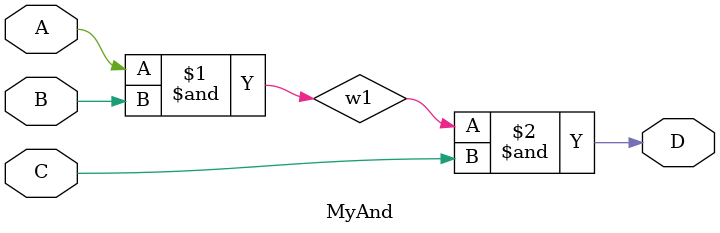
<source format=v>
module MyAnd(A, B, C, D);

input A, B, C;
output D;
wire w1;

and AND1(w1, A, B);
and AND1(D, w1, C);

endmodule


</source>
